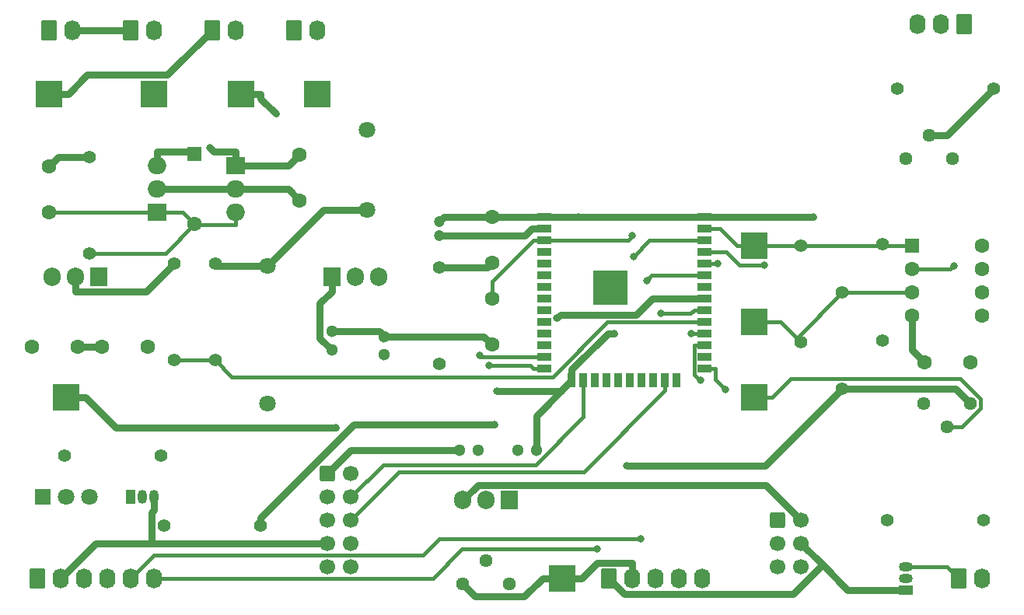
<source format=gbr>
%TF.GenerationSoftware,KiCad,Pcbnew,9.0.3*%
%TF.CreationDate,2025-08-13T19:57:12+00:00*%
%TF.ProjectId,type(one),74797065-286f-46e6-9529-2e6b69636164,1.0*%
%TF.SameCoordinates,Original*%
%TF.FileFunction,Copper,L1,Top*%
%TF.FilePolarity,Positive*%
%FSLAX46Y46*%
G04 Gerber Fmt 4.6, Leading zero omitted, Abs format (unit mm)*
G04 Created by KiCad (PCBNEW 9.0.3) date 2025-08-13 19:57:12*
%MOMM*%
%LPD*%
G01*
G04 APERTURE LIST*
G04 Aperture macros list*
%AMRoundRect*
0 Rectangle with rounded corners*
0 $1 Rounding radius*
0 $2 $3 $4 $5 $6 $7 $8 $9 X,Y pos of 4 corners*
0 Add a 4 corners polygon primitive as box body*
4,1,4,$2,$3,$4,$5,$6,$7,$8,$9,$2,$3,0*
0 Add four circle primitives for the rounded corners*
1,1,$1+$1,$2,$3*
1,1,$1+$1,$4,$5*
1,1,$1+$1,$6,$7*
1,1,$1+$1,$8,$9*
0 Add four rect primitives between the rounded corners*
20,1,$1+$1,$2,$3,$4,$5,0*
20,1,$1+$1,$4,$5,$6,$7,0*
20,1,$1+$1,$6,$7,$8,$9,0*
20,1,$1+$1,$8,$9,$2,$3,0*%
G04 Aperture macros list end*
%TA.AperFunction,ComponentPad*%
%ADD10R,1.800000X1.800000*%
%TD*%
%TA.AperFunction,ComponentPad*%
%ADD11C,1.800000*%
%TD*%
%TA.AperFunction,SMDPad,CuDef*%
%ADD12R,0.900000X0.900000*%
%TD*%
%TA.AperFunction,HeatsinkPad*%
%ADD13C,0.600000*%
%TD*%
%TA.AperFunction,HeatsinkPad*%
%ADD14R,3.800000X3.800000*%
%TD*%
%TA.AperFunction,SMDPad,CuDef*%
%ADD15R,1.500000X0.900000*%
%TD*%
%TA.AperFunction,SMDPad,CuDef*%
%ADD16R,0.900000X1.500000*%
%TD*%
%TA.AperFunction,ComponentPad*%
%ADD17R,3.000000X3.000000*%
%TD*%
%TA.AperFunction,ComponentPad*%
%ADD18C,1.600000*%
%TD*%
%TA.AperFunction,ComponentPad*%
%ADD19C,1.440000*%
%TD*%
%TA.AperFunction,ComponentPad*%
%ADD20RoundRect,0.250000X-0.550000X-0.550000X0.550000X-0.550000X0.550000X0.550000X-0.550000X0.550000X0*%
%TD*%
%TA.AperFunction,ComponentPad*%
%ADD21C,1.400000*%
%TD*%
%TA.AperFunction,ComponentPad*%
%ADD22O,1.740000X2.190000*%
%TD*%
%TA.AperFunction,ComponentPad*%
%ADD23RoundRect,0.250000X-0.620000X-0.845000X0.620000X-0.845000X0.620000X0.845000X-0.620000X0.845000X0*%
%TD*%
%TA.AperFunction,ComponentPad*%
%ADD24O,1.500000X1.050000*%
%TD*%
%TA.AperFunction,ComponentPad*%
%ADD25R,1.500000X1.050000*%
%TD*%
%TA.AperFunction,ComponentPad*%
%ADD26RoundRect,0.250000X-0.600000X-0.600000X0.600000X-0.600000X0.600000X0.600000X-0.600000X0.600000X0*%
%TD*%
%TA.AperFunction,ComponentPad*%
%ADD27C,1.700000*%
%TD*%
%TA.AperFunction,ComponentPad*%
%ADD28O,1.905000X2.000000*%
%TD*%
%TA.AperFunction,ComponentPad*%
%ADD29R,1.905000X2.000000*%
%TD*%
%TA.AperFunction,ComponentPad*%
%ADD30C,1.300000*%
%TD*%
%TA.AperFunction,ComponentPad*%
%ADD31R,1.050000X1.500000*%
%TD*%
%TA.AperFunction,ComponentPad*%
%ADD32O,1.050000X1.500000*%
%TD*%
%TA.AperFunction,ComponentPad*%
%ADD33O,2.000000X1.905000*%
%TD*%
%TA.AperFunction,ComponentPad*%
%ADD34R,2.000000X1.905000*%
%TD*%
%TA.AperFunction,ComponentPad*%
%ADD35RoundRect,0.250000X-0.550000X0.550000X-0.550000X-0.550000X0.550000X-0.550000X0.550000X0.550000X0*%
%TD*%
%TA.AperFunction,ComponentPad*%
%ADD36C,1.200000*%
%TD*%
%TA.AperFunction,ComponentPad*%
%ADD37RoundRect,0.250000X0.620000X0.845000X-0.620000X0.845000X-0.620000X-0.845000X0.620000X-0.845000X0*%
%TD*%
%TA.AperFunction,ViaPad*%
%ADD38C,0.800000*%
%TD*%
%TA.AperFunction,Conductor*%
%ADD39C,0.800000*%
%TD*%
%TA.AperFunction,Conductor*%
%ADD40C,0.400000*%
%TD*%
G04 APERTURE END LIST*
D10*
%TO.P,Q1,1,E*%
%TO.N,+5V*%
X103505000Y-120650000D03*
D11*
%TO.P,Q1,2,B*%
%TO.N,Net-(Q1-B)*%
X106045000Y-120650000D03*
%TO.P,Q1,3,C*%
%TO.N,/PWM_5V*%
X108585000Y-120650000D03*
%TD*%
D12*
%TO.P,U1,39,GND*%
%TO.N,GND*%
X166695000Y-99315000D03*
D13*
X166695000Y-98615000D03*
D12*
X166695000Y-97915000D03*
D13*
X166695000Y-97215000D03*
D12*
X166695000Y-96515000D03*
D13*
X165995000Y-99315000D03*
X165995000Y-97915000D03*
X165995000Y-96515000D03*
D12*
X165295000Y-99315000D03*
D14*
X165295000Y-97915000D03*
D12*
X165295000Y-97915000D03*
X165295000Y-96515000D03*
D13*
X165270000Y-98615000D03*
X165270000Y-97215000D03*
X164595000Y-99315000D03*
X164595000Y-97915000D03*
X164595000Y-96515000D03*
D12*
X163895000Y-99315000D03*
D13*
X163895000Y-98615000D03*
D12*
X163895000Y-97915000D03*
D13*
X163895000Y-97215000D03*
D12*
X163895000Y-96515000D03*
D15*
%TO.P,U1,38,GND*%
X175545000Y-90195000D03*
%TO.P,U1,37,IO23*%
%TO.N,/SENSOR*%
X175545000Y-91465000D03*
%TO.P,U1,36,IO22*%
%TO.N,/SCL*%
X175545000Y-92735000D03*
%TO.P,U1,35,TXD0/IO1*%
%TO.N,/TX*%
X175545000Y-94005000D03*
%TO.P,U1,34,RXD0/IO3*%
%TO.N,/RX*%
X175545000Y-95275000D03*
%TO.P,U1,33,IO21*%
%TO.N,/SDA*%
X175545000Y-96545000D03*
%TO.P,U1,32,NC*%
%TO.N,unconnected-(U1-NC-Pad32)*%
X175545000Y-97815000D03*
%TO.P,U1,31,IO19*%
%TO.N,/PWM_3V3*%
X175545000Y-99085000D03*
%TO.P,U1,30,IO18*%
%TO.N,/SW*%
X175545000Y-100355000D03*
%TO.P,U1,29,IO5*%
%TO.N,/V_bat*%
X175545000Y-101625000D03*
%TO.P,U1,28,IO17*%
%TO.N,/DT*%
X175545000Y-102895000D03*
%TO.P,U1,27,IO16*%
%TO.N,/CLK*%
X175545000Y-104165000D03*
%TO.P,U1,26,IO4*%
%TO.N,unconnected-(U1-IO4-Pad26)*%
X175545000Y-105435000D03*
%TO.P,U1,25,IO0*%
%TO.N,/IO0*%
X175545000Y-106705000D03*
D16*
%TO.P,U1,24,IO2*%
%TO.N,unconnected-(U1-IO2-Pad24)*%
X172515000Y-107955000D03*
%TO.P,U1,23,IO15*%
%TO.N,/TDO*%
X171245000Y-107955000D03*
%TO.P,U1,22,SDI/SD1*%
%TO.N,unconnected-(U1-SDI{slash}SD1-Pad22)*%
X169975000Y-107955000D03*
%TO.P,U1,21,SDO/SD0*%
%TO.N,unconnected-(U1-SDO{slash}SD0-Pad21)*%
X168705000Y-107955000D03*
%TO.P,U1,20,SCK/CLK*%
%TO.N,unconnected-(U1-SCK{slash}CLK-Pad20)*%
X167435000Y-107955000D03*
%TO.P,U1,19,SCS/CMD*%
%TO.N,unconnected-(U1-SCS{slash}CMD-Pad19)*%
X166165000Y-107955000D03*
%TO.P,U1,18,SWP/SD3*%
%TO.N,unconnected-(U1-SWP{slash}SD3-Pad18)*%
X164895000Y-107955000D03*
%TO.P,U1,17,SHD/SD2*%
%TO.N,unconnected-(U1-SHD{slash}SD2-Pad17)*%
X163625000Y-107955000D03*
%TO.P,U1,16,IO13*%
%TO.N,/TCK*%
X162355000Y-107955000D03*
%TO.P,U1,15,GND*%
%TO.N,GND*%
X161085000Y-107955000D03*
D15*
%TO.P,U1,14,IO12*%
%TO.N,/TDI*%
X158045000Y-106705000D03*
%TO.P,U1,13,IO14*%
%TO.N,/TMS*%
X158045000Y-105435000D03*
%TO.P,U1,12,IO27*%
%TO.N,unconnected-(U1-IO27-Pad12)*%
X158045000Y-104165000D03*
%TO.P,U1,11,IO26*%
%TO.N,unconnected-(U1-IO26-Pad11)*%
X158045000Y-102895000D03*
%TO.P,U1,10,IO25*%
%TO.N,unconnected-(U1-IO25-Pad10)*%
X158045000Y-101625000D03*
%TO.P,U1,9,IO33*%
%TO.N,unconnected-(U1-IO33-Pad9)*%
X158045000Y-100355000D03*
%TO.P,U1,8,IO32*%
%TO.N,unconnected-(U1-IO32-Pad8)*%
X158045000Y-99085000D03*
%TO.P,U1,7,IO35*%
%TO.N,unconnected-(U1-IO35-Pad7)*%
X158045000Y-97815000D03*
%TO.P,U1,6,IO34*%
%TO.N,unconnected-(U1-IO34-Pad6)*%
X158045000Y-96545000D03*
%TO.P,U1,5,SENSOR_VN*%
%TO.N,unconnected-(U1-SENSOR_VN-Pad5)*%
X158045000Y-95275000D03*
%TO.P,U1,4,SENSOR_VP*%
%TO.N,unconnected-(U1-SENSOR_VP-Pad4)*%
X158045000Y-94005000D03*
%TO.P,U1,3,EN*%
%TO.N,/EN*%
X158045000Y-92735000D03*
%TO.P,U1,2,VDD*%
%TO.N,+3V3*%
X158045000Y-91465000D03*
%TO.P,U1,1,GND*%
%TO.N,GND*%
X158045000Y-90195000D03*
%TD*%
D17*
%TO.P,TP7,1,1*%
%TO.N,/PH_K*%
X180975000Y-101600000D03*
%TD*%
%TO.P,TP6,1,1*%
%TO.N,Net-(U2A--)*%
X180975000Y-109835000D03*
%TD*%
%TO.P,TP8,1,1*%
%TO.N,/SENSOR*%
X180975000Y-93325000D03*
%TD*%
D18*
%TO.P,C1,2*%
%TO.N,GND*%
X199475000Y-106045000D03*
%TO.P,C1,1*%
%TO.N,+3V3*%
X204475000Y-106045000D03*
%TD*%
D19*
%TO.P,RV1,3,3*%
%TO.N,GND*%
X199395000Y-110490000D03*
%TO.P,RV1,2,2*%
%TO.N,Net-(U2A--)*%
X201935000Y-113030000D03*
%TO.P,RV1,1,1*%
%TO.N,+3V3*%
X204475000Y-110490000D03*
%TD*%
D18*
%TO.P,U2,8,V+*%
%TO.N,+3V3*%
X205745000Y-93345000D03*
%TO.P,U2,7*%
%TO.N,unconnected-(U2-Pad7)*%
X205745000Y-95885000D03*
%TO.P,U2,6,-*%
%TO.N,unconnected-(U2B---Pad6)*%
X205745000Y-98425000D03*
%TO.P,U2,5,+*%
%TO.N,unconnected-(U2B-+-Pad5)*%
X205745000Y-100965000D03*
%TO.P,U2,4,V-*%
%TO.N,GND*%
X198125000Y-100965000D03*
%TO.P,U2,3,+*%
%TO.N,/PH_K*%
X198125000Y-98425000D03*
%TO.P,U2,2,-*%
%TO.N,Net-(U2A--)*%
X198125000Y-95885000D03*
D20*
%TO.P,U2,1*%
%TO.N,/SENSOR*%
X198125000Y-93345000D03*
%TD*%
D21*
%TO.P,R7,2*%
%TO.N,Net-(J6-Pin_2)*%
X205910000Y-123190000D03*
%TO.P,R7,1*%
%TO.N,+3V3*%
X195410000Y-123190000D03*
%TD*%
D22*
%TO.P,J6,2,Pin_2*%
%TO.N,Net-(J6-Pin_2)*%
X205740000Y-129540000D03*
D23*
%TO.P,J6,1,Pin_1*%
%TO.N,Net-(J6-Pin_1)*%
X203200000Y-129540000D03*
%TD*%
D24*
%TO.P,Q4,3,D*%
%TO.N,Net-(J6-Pin_1)*%
X197485000Y-128270000D03*
%TO.P,Q4,2,G*%
%TO.N,/SENSOR*%
X197485000Y-129540000D03*
D25*
%TO.P,Q4,1,S*%
%TO.N,GND*%
X197485000Y-130810000D03*
%TD*%
D26*
%TO.P,J8,1,Pin_1*%
%TO.N,+5V*%
X134502500Y-118110000D03*
D27*
%TO.P,J8,2,Pin_2*%
%TO.N,/TMS*%
X137042500Y-118110000D03*
%TO.P,J8,3,Pin_3*%
%TO.N,GND*%
X134502500Y-120650000D03*
%TO.P,J8,4,Pin_4*%
%TO.N,/TCK*%
X137042500Y-120650000D03*
%TO.P,J8,5,Pin_5*%
%TO.N,GND*%
X134502500Y-123190000D03*
%TO.P,J8,6,Pin_6*%
%TO.N,/TDO*%
X137042500Y-123190000D03*
%TO.P,J8,7,Pin_7*%
%TO.N,GND*%
X134502500Y-125730000D03*
%TO.P,J8,8,Pin_8*%
%TO.N,/TDI*%
X137042500Y-125730000D03*
%TO.P,J8,9,Pin_9*%
%TO.N,GND*%
X134502500Y-128270000D03*
%TO.P,J8,10,Pin_10*%
%TO.N,unconnected-(J8-Pin_10-Pad10)*%
X137042500Y-128270000D03*
%TD*%
D17*
%TO.P,TP4,1,1*%
%TO.N,+3V3*%
X160020000Y-129540000D03*
%TD*%
D28*
%TO.P,U5,3,VI*%
%TO.N,+5V*%
X149225000Y-121015000D03*
%TO.P,U5,2,VO*%
%TO.N,+3V3*%
X151765000Y-121015000D03*
D29*
%TO.P,U5,1,ADJ*%
%TO.N,Net-(U5-ADJ)*%
X154305000Y-121015000D03*
%TD*%
D30*
%TO.P,C8,2*%
%TO.N,GND*%
X150860000Y-115570000D03*
%TO.P,C8,1*%
%TO.N,+5V*%
X148860000Y-115570000D03*
%TD*%
%TO.P,C7,2*%
%TO.N,GND*%
X157210000Y-115570000D03*
%TO.P,C7,1*%
%TO.N,+3V3*%
X155210000Y-115570000D03*
%TD*%
D19*
%TO.P,RV3,3,3*%
%TO.N,GND*%
X154305000Y-130175000D03*
%TO.P,RV3,2,2*%
%TO.N,Net-(U5-ADJ)*%
X151765000Y-127635000D03*
%TO.P,RV3,1,1*%
%TO.N,+3V3*%
X149225000Y-130175000D03*
%TD*%
D22*
%TO.P,J5,5,Pin_5*%
%TO.N,/CLK*%
X175260000Y-129540000D03*
%TO.P,J5,4,Pin_4*%
%TO.N,/DT*%
X172720000Y-129540000D03*
%TO.P,J5,3,Pin_3*%
%TO.N,/SW*%
X170180000Y-129540000D03*
%TO.P,J5,2,Pin_2*%
%TO.N,+3V3*%
X167640000Y-129540000D03*
D23*
%TO.P,J5,1,Pin_1*%
%TO.N,GND*%
X165100000Y-129540000D03*
%TD*%
D27*
%TO.P,J7,6,Pin_6*%
%TO.N,/IO0*%
X186055000Y-128270000D03*
%TO.P,J7,5,Pin_5*%
%TO.N,/RX*%
X183515000Y-128270000D03*
%TO.P,J7,4,Pin_4*%
%TO.N,GND*%
X186055000Y-125730000D03*
%TO.P,J7,3,Pin_3*%
%TO.N,/TX*%
X183515000Y-125730000D03*
%TO.P,J7,2,Pin_2*%
%TO.N,+5V*%
X186055000Y-123190000D03*
D26*
%TO.P,J7,1,Pin_1*%
%TO.N,/EN*%
X183515000Y-123190000D03*
%TD*%
D21*
%TO.P,R4,1*%
%TO.N,/PWM_3V3*%
X127170000Y-123825000D03*
%TO.P,R4,2*%
%TO.N,Net-(Q2-B)*%
X116670000Y-123825000D03*
%TD*%
D31*
%TO.P,Q2,1,C*%
%TO.N,Net-(Q2-C)*%
X113030000Y-120650000D03*
D32*
%TO.P,Q2,2,B*%
%TO.N,Net-(Q2-B)*%
X114300000Y-120650000D03*
%TO.P,Q2,3,E*%
%TO.N,GND*%
X115570000Y-120650000D03*
%TD*%
D21*
%TO.P,R3,1*%
%TO.N,Net-(Q2-C)*%
X116375000Y-116205000D03*
%TO.P,R3,2*%
%TO.N,Net-(Q1-B)*%
X105875000Y-116205000D03*
%TD*%
D11*
%TO.P,R10,2*%
%TO.N,+8V4*%
X127950000Y-110540000D03*
%TO.P,R10,1*%
%TO.N,Net-(D3-A)*%
X127950000Y-95540000D03*
%TD*%
D33*
%TO.P,Q3,3,S*%
%TO.N,VSS*%
X115885000Y-84625000D03*
%TO.P,Q3,2,D*%
%TO.N,Net-(D2-A)*%
X115885000Y-87165000D03*
D34*
%TO.P,Q3,1,G*%
%TO.N,Net-(D1-A)*%
X115885000Y-89705000D03*
%TD*%
D33*
%TO.P,D2,3,G*%
%TO.N,Net-(D1-A)*%
X124460000Y-89705000D03*
%TO.P,D2,2,A*%
%TO.N,Net-(D2-A)*%
X124460000Y-87165000D03*
D34*
%TO.P,D2,1,K*%
%TO.N,GND*%
X124460000Y-84625000D03*
%TD*%
D18*
%TO.P,C10,1*%
%TO.N,Net-(D2-A)*%
X131445000Y-88395000D03*
%TO.P,C10,2*%
%TO.N,GND*%
X131445000Y-83395000D03*
%TD*%
%TO.P,D1,2,A*%
%TO.N,Net-(D1-A)*%
X120015000Y-90975000D03*
D35*
%TO.P,D1,1,K*%
%TO.N,VSS*%
X120015000Y-83355000D03*
%TD*%
D17*
%TO.P,TP9,1,1*%
%TO.N,GND*%
X104140000Y-76835000D03*
%TD*%
%TO.P,TP1,1,1*%
%TO.N,Net-(D2-A)*%
X115570000Y-76835000D03*
%TD*%
D22*
%TO.P,SW1,2*%
%TO.N,VSS*%
X133350000Y-69850000D03*
D23*
%TO.P,SW1,1*%
%TO.N,VDC*%
X130810000Y-69850000D03*
%TD*%
%TO.P,J1,1,Pin_1*%
%TO.N,GND*%
X104140000Y-69850000D03*
D22*
%TO.P,J1,2,Pin_2*%
%TO.N,VDD*%
X106680000Y-69850000D03*
%TD*%
D19*
%TO.P,RV2,1,1*%
%TO.N,+5V*%
X197485000Y-83820000D03*
%TO.P,RV2,2,2*%
%TO.N,Net-(R8-Pad2)*%
X200025000Y-81280000D03*
%TO.P,RV2,3,3*%
%TO.N,unconnected-(RV2-Pad3)*%
X202565000Y-83820000D03*
%TD*%
D30*
%TO.P,C11,1*%
%TO.N,VSS*%
X140650000Y-105215000D03*
%TO.P,C11,2*%
%TO.N,GND*%
X140650000Y-103215000D03*
%TD*%
D11*
%TO.P,D3,1,K*%
%TO.N,VSS*%
X138745000Y-80740000D03*
%TO.P,D3,2,A*%
%TO.N,Net-(D3-A)*%
X138745000Y-89440000D03*
%TD*%
D17*
%TO.P,TP2,1,1*%
%TO.N,VSS*%
X133350000Y-76835000D03*
%TD*%
D18*
%TO.P,C9,1*%
%TO.N,Net-(D1-A)*%
X104140000Y-89665000D03*
%TO.P,C9,2*%
%TO.N,GND*%
X104140000Y-84665000D03*
%TD*%
D23*
%TO.P,F1,1*%
%TO.N,VDD*%
X113030000Y-69850000D03*
D22*
%TO.P,F1,2*%
%TO.N,Net-(D2-A)*%
X115570000Y-69850000D03*
%TD*%
D18*
%TO.P,C5,1*%
%TO.N,VDC*%
X114935000Y-104310000D03*
%TO.P,C5,2*%
%TO.N,GND*%
X109935000Y-104310000D03*
%TD*%
D21*
%TO.P,R1,1*%
%TO.N,+3V3*%
X194950000Y-103675000D03*
%TO.P,R1,2*%
%TO.N,/SENSOR*%
X194950000Y-93175000D03*
%TD*%
D17*
%TO.P,TP3,1,1*%
%TO.N,+5V*%
X106045000Y-109855000D03*
%TD*%
D23*
%TO.P,J4,1,Pin_1*%
%TO.N,+5V*%
X102870000Y-129540000D03*
D22*
%TO.P,J4,2,Pin_2*%
%TO.N,GND*%
X105410000Y-129540000D03*
%TO.P,J4,3,Pin_3*%
%TO.N,/PWM_5V*%
X107950000Y-129540000D03*
%TO.P,J4,4,Pin_4*%
%TO.N,unconnected-(J4-Pin_4-Pad4)*%
X110490000Y-129540000D03*
%TO.P,J4,5,Pin_5*%
%TO.N,/SDA*%
X113030000Y-129540000D03*
%TO.P,J4,6,Pin_6*%
%TO.N,/SCL*%
X115570000Y-129540000D03*
%TD*%
D23*
%TO.P,J2,1,Pin_1*%
%TO.N,GND*%
X121920000Y-69850000D03*
D22*
%TO.P,J2,2,Pin_2*%
%TO.N,Net-(D3-A)*%
X124460000Y-69850000D03*
%TD*%
D30*
%TO.P,C12,1*%
%TO.N,Net-(D3-A)*%
X134935000Y-104675000D03*
%TO.P,C12,2*%
%TO.N,GND*%
X134935000Y-102675000D03*
%TD*%
D21*
%TO.P,R9,1*%
%TO.N,/PH_K*%
X186060000Y-103845000D03*
%TO.P,R9,2*%
%TO.N,/SENSOR*%
X186060000Y-93345000D03*
%TD*%
D29*
%TO.P,U4,1,ADJ*%
%TO.N,Net-(D3-A)*%
X134935000Y-96690000D03*
D28*
%TO.P,U4,2,VO*%
%TO.N,+8V4*%
X137475000Y-96690000D03*
%TO.P,U4,3,VI*%
%TO.N,VSS*%
X140015000Y-96690000D03*
%TD*%
D18*
%TO.P,C4,1*%
%TO.N,+3V3*%
X152400000Y-95210000D03*
%TO.P,C4,2*%
%TO.N,GND*%
X152400000Y-90210000D03*
%TD*%
D21*
%TO.P,R12,1*%
%TO.N,/V_bat*%
X117790000Y-105750000D03*
%TO.P,R12,2*%
%TO.N,GND*%
X117790000Y-95250000D03*
%TD*%
D17*
%TO.P,TP5,1,1*%
%TO.N,Net-(D3-A)*%
X125095000Y-76835000D03*
%TD*%
D21*
%TO.P,R11,1*%
%TO.N,Net-(D3-A)*%
X122235000Y-95250000D03*
%TO.P,R11,2*%
%TO.N,/V_bat*%
X122235000Y-105750000D03*
%TD*%
%TO.P,R8,1*%
%TO.N,Net-(J3-Pin_2)*%
X196510000Y-76200000D03*
%TO.P,R8,2*%
%TO.N,Net-(R8-Pad2)*%
X207010000Y-76200000D03*
%TD*%
%TO.P,R5,1*%
%TO.N,+3V3*%
X146685000Y-95715000D03*
%TO.P,R5,2*%
%TO.N,/EN*%
X146685000Y-106215000D03*
%TD*%
D36*
%TO.P,C3,1*%
%TO.N,+3V3*%
X146685000Y-92190000D03*
%TO.P,C3,2*%
%TO.N,GND*%
X146685000Y-90690000D03*
%TD*%
D18*
%TO.P,C2,1*%
%TO.N,/EN*%
X152400000Y-99100000D03*
%TO.P,C2,2*%
%TO.N,GND*%
X152400000Y-104100000D03*
%TD*%
%TO.P,C6,1*%
%TO.N,+5V*%
X102275000Y-104310000D03*
%TO.P,C6,2*%
%TO.N,GND*%
X107275000Y-104310000D03*
%TD*%
D29*
%TO.P,U3,1,VI*%
%TO.N,VDC*%
X109535000Y-96690000D03*
D28*
%TO.P,U3,2,GND*%
%TO.N,GND*%
X106995000Y-96690000D03*
%TO.P,U3,3,VO*%
%TO.N,+5V*%
X104455000Y-96690000D03*
%TD*%
D21*
%TO.P,R6,1*%
%TO.N,Net-(D1-A)*%
X108585000Y-94150000D03*
%TO.P,R6,2*%
%TO.N,GND*%
X108585000Y-83650000D03*
%TD*%
%TO.P,R2,1*%
%TO.N,+3V3*%
X190505000Y-108925000D03*
%TO.P,R2,2*%
%TO.N,/PH_K*%
X190505000Y-98425000D03*
%TD*%
D37*
%TO.P,J3,1,Pin_1*%
%TO.N,/PH_K*%
X203835000Y-69215000D03*
D22*
%TO.P,J3,2,Pin_2*%
%TO.N,Net-(J3-Pin_2)*%
X201295000Y-69215000D03*
%TO.P,J3,3,Pin_3*%
%TO.N,GND*%
X198755000Y-69215000D03*
%TD*%
D38*
%TO.N,GND*%
X161772600Y-90195000D03*
X165735000Y-102870000D03*
%TO.N,Net-(D3-A)*%
X128834000Y-78965000D03*
%TO.N,Net-(U2A--)*%
X202704200Y-95479800D03*
%TO.N,/PWM_3V3*%
X152687900Y-112800700D03*
X159470800Y-101222500D03*
%TO.N,/CLK*%
X175105400Y-107928300D03*
%TO.N,/DT*%
X174095100Y-102863200D03*
%TO.N,/SW*%
X170775900Y-100713200D03*
%TO.N,/SCL*%
X163867300Y-126364600D03*
X167806000Y-94475000D03*
%TO.N,/SDA*%
X169230300Y-97089900D03*
X168598200Y-125229300D03*
%TO.N,/TDI*%
X152051200Y-106350000D03*
%TO.N,/TMS*%
X151016700Y-105249200D03*
%TO.N,/IO0*%
X177793300Y-108953300D03*
%TO.N,/RX*%
X176973900Y-95277500D03*
%TO.N,/TX*%
X182033200Y-95462500D03*
%TO.N,+5V*%
X135394200Y-113117600D03*
%TO.N,+3V3*%
X167021000Y-117287400D03*
%TO.N,/EN*%
X167682300Y-92243700D03*
%TO.N,GND*%
X121717100Y-82670500D03*
X152960700Y-109127700D03*
X187379400Y-90195000D03*
%TD*%
D39*
%TO.N,GND*%
X175545000Y-90195000D02*
X158045000Y-90195000D01*
X165038000Y-102870000D02*
X165735000Y-102870000D01*
X161085000Y-106823000D02*
X165038000Y-102870000D01*
X161085000Y-107955000D02*
X161085000Y-106823000D01*
X157210000Y-115570000D02*
X157210000Y-111830000D01*
X157210000Y-111830000D02*
X161085000Y-107955000D01*
X152960700Y-109127700D02*
X159912300Y-109127700D01*
D40*
%TO.N,/V_bat*%
X174391800Y-101626500D02*
X174393300Y-101625000D01*
X164958500Y-101626500D02*
X174391800Y-101626500D01*
X158983200Y-107601800D02*
X164958500Y-101626500D01*
X124086800Y-107601800D02*
X158983200Y-107601800D01*
X122235000Y-105750000D02*
X124086800Y-107601800D01*
X175545000Y-101625000D02*
X174393300Y-101625000D01*
X117790000Y-105750000D02*
X122235000Y-105750000D01*
D39*
%TO.N,Net-(D3-A)*%
X122525000Y-95540000D02*
X127950000Y-95540000D01*
X122235000Y-95250000D02*
X122525000Y-95540000D01*
X134050000Y-89440000D02*
X127950000Y-95540000D01*
X138745000Y-89440000D02*
X134050000Y-89440000D01*
X133639300Y-103379300D02*
X134935000Y-104675000D01*
X133639300Y-99587400D02*
X133639300Y-103379300D01*
X134935000Y-98291700D02*
X133639300Y-99587400D01*
X134935000Y-96690000D02*
X134935000Y-98291700D01*
X127196700Y-77327700D02*
X128834000Y-78965000D01*
X127196700Y-76835000D02*
X127196700Y-77327700D01*
X125095000Y-76835000D02*
X127196700Y-76835000D01*
D40*
%TO.N,Net-(U2A--)*%
X202299000Y-95885000D02*
X202704200Y-95479800D01*
X198125000Y-95885000D02*
X202299000Y-95885000D01*
X203591600Y-113030000D02*
X201935000Y-113030000D01*
X205602300Y-111019300D02*
X203591600Y-113030000D01*
X205602300Y-109967200D02*
X205602300Y-111019300D01*
X203394400Y-107759300D02*
X205602300Y-109967200D01*
X184952400Y-107759300D02*
X203394400Y-107759300D01*
X182876700Y-109835000D02*
X184952400Y-107759300D01*
X180975000Y-109835000D02*
X182876700Y-109835000D01*
D39*
%TO.N,Net-(R8-Pad2)*%
X201930000Y-81280000D02*
X207010000Y-76200000D01*
X200025000Y-81280000D02*
X201930000Y-81280000D01*
%TO.N,VDD*%
X113030000Y-69850000D02*
X106680000Y-69850000D01*
%TO.N,/PWM_3V3*%
X169838700Y-99085000D02*
X175545000Y-99085000D01*
X168098900Y-100824800D02*
X169838700Y-99085000D01*
X159868500Y-100824800D02*
X168098900Y-100824800D01*
X159470800Y-101222500D02*
X159868500Y-100824800D01*
X137338600Y-112800700D02*
X152687900Y-112800700D01*
X127170000Y-122969300D02*
X137338600Y-112800700D01*
X127170000Y-123825000D02*
X127170000Y-122969300D01*
D40*
%TO.N,/PH_K*%
X198125000Y-98425000D02*
X190505000Y-98425000D01*
X185572500Y-103357500D02*
X190505000Y-98425000D01*
X183815000Y-101600000D02*
X185572500Y-103357500D01*
X180975000Y-101600000D02*
X183815000Y-101600000D01*
X185572500Y-103357500D02*
X186060000Y-103845000D01*
%TO.N,/CLK*%
X175545000Y-104165000D02*
X174393300Y-104165000D01*
X174393300Y-107332400D02*
X174393300Y-104165000D01*
X174989200Y-107928300D02*
X174393300Y-107332400D01*
X175105400Y-107928300D02*
X174989200Y-107928300D01*
%TO.N,/DT*%
X174361500Y-102863200D02*
X174393300Y-102895000D01*
X174095100Y-102863200D02*
X174361500Y-102863200D01*
X175545000Y-102895000D02*
X174393300Y-102895000D01*
%TO.N,/SW*%
X174035100Y-100713200D02*
X174393300Y-100355000D01*
X170775900Y-100713200D02*
X174035100Y-100713200D01*
X175545000Y-100355000D02*
X174393300Y-100355000D01*
%TO.N,/SCL*%
X169546000Y-92735000D02*
X167806000Y-94475000D01*
X175545000Y-92735000D02*
X169546000Y-92735000D01*
X149151200Y-126364600D02*
X163867300Y-126364600D01*
X145975800Y-129540000D02*
X149151200Y-126364600D01*
X115570000Y-129540000D02*
X145975800Y-129540000D01*
%TO.N,/SDA*%
X169775200Y-96545000D02*
X169230300Y-97089900D01*
X175545000Y-96545000D02*
X169775200Y-96545000D01*
X146653300Y-125229300D02*
X168598200Y-125229300D01*
X144882600Y-127000000D02*
X146653300Y-125229300D01*
X115570000Y-127000000D02*
X144882600Y-127000000D01*
X113030000Y-129540000D02*
X115570000Y-127000000D01*
%TO.N,Net-(J6-Pin_1)*%
X201930000Y-128270000D02*
X197485000Y-128270000D01*
X203200000Y-129540000D02*
X201930000Y-128270000D01*
%TO.N,/TDI*%
X156538300Y-106350000D02*
X156893300Y-106705000D01*
X152051200Y-106350000D02*
X156538300Y-106350000D01*
X158045000Y-106705000D02*
X156893300Y-106705000D01*
%TO.N,/TDO*%
X142274400Y-117958100D02*
X137042500Y-123190000D01*
X162393600Y-117958100D02*
X142274400Y-117958100D01*
X171245000Y-109106700D02*
X162393600Y-117958100D01*
X171245000Y-107955000D02*
X171245000Y-109106700D01*
%TO.N,/TCK*%
X162355000Y-111953800D02*
X162355000Y-107955000D01*
X157144200Y-117164600D02*
X162355000Y-111953800D01*
X140527900Y-117164600D02*
X157144200Y-117164600D01*
X137042500Y-120650000D02*
X140527900Y-117164600D01*
%TO.N,/TMS*%
X151202500Y-105435000D02*
X158045000Y-105435000D01*
X151016700Y-105249200D02*
X151202500Y-105435000D01*
%TO.N,/IO0*%
X175545000Y-106705000D02*
X176696700Y-106705000D01*
X176696700Y-107856700D02*
X177793300Y-108953300D01*
X176696700Y-106705000D02*
X176696700Y-107856700D01*
%TO.N,/RX*%
X176699200Y-95277500D02*
X176696700Y-95275000D01*
X176973900Y-95277500D02*
X176699200Y-95277500D01*
X175545000Y-95275000D02*
X176696700Y-95275000D01*
%TO.N,/TX*%
X177858200Y-94005000D02*
X175545000Y-94005000D01*
X179315700Y-95462500D02*
X177858200Y-94005000D01*
X182033200Y-95462500D02*
X179315700Y-95462500D01*
D39*
%TO.N,Net-(D2-A)*%
X130215000Y-87165000D02*
X124460000Y-87165000D01*
X131445000Y-88395000D02*
X130215000Y-87165000D01*
X115885000Y-87165000D02*
X124460000Y-87165000D01*
D40*
%TO.N,Net-(D1-A)*%
X120099200Y-91059200D02*
X124460000Y-91059200D01*
X120015000Y-90975000D02*
X120099200Y-91059200D01*
X124460000Y-89705000D02*
X124460000Y-91059200D01*
X116840000Y-94150000D02*
X120015000Y-90975000D01*
X108585000Y-94150000D02*
X116840000Y-94150000D01*
X118745000Y-89705000D02*
X115885000Y-89705000D01*
X120015000Y-90975000D02*
X118745000Y-89705000D01*
X104180000Y-89705000D02*
X104140000Y-89665000D01*
X115885000Y-89705000D02*
X104180000Y-89705000D01*
D39*
%TO.N,+5V*%
X137042500Y-115570000D02*
X134502500Y-118110000D01*
X148860000Y-115570000D02*
X137042500Y-115570000D01*
X106045000Y-109855000D02*
X108146700Y-109855000D01*
X111409300Y-113117600D02*
X108146700Y-109855000D01*
X135394200Y-113117600D02*
X111409300Y-113117600D01*
X182239800Y-119374800D02*
X186055000Y-123190000D01*
X150865200Y-119374800D02*
X182239800Y-119374800D01*
X149225000Y-121015000D02*
X150865200Y-119374800D01*
%TO.N,+3V3*%
X163821100Y-127840600D02*
X162121700Y-129540000D01*
X167637300Y-127840600D02*
X163821100Y-127840600D01*
X167640000Y-127843300D02*
X167637300Y-127840600D01*
X167640000Y-129540000D02*
X167640000Y-127843300D01*
X151895000Y-95715000D02*
X152400000Y-95210000D01*
X146685000Y-95715000D02*
X151895000Y-95715000D01*
X155968300Y-92190000D02*
X156693300Y-91465000D01*
X146685000Y-92190000D02*
X155968300Y-92190000D01*
X158045000Y-91465000D02*
X156693300Y-91465000D01*
X161070900Y-129540000D02*
X162121700Y-129540000D01*
X161070900Y-129540000D02*
X160020000Y-129540000D01*
X150590500Y-131540500D02*
X149225000Y-130175000D01*
X155917800Y-131540500D02*
X150590500Y-131540500D01*
X157918300Y-129540000D02*
X155917800Y-131540500D01*
X160020000Y-129540000D02*
X157918300Y-129540000D01*
X202910000Y-108925000D02*
X190505000Y-108925000D01*
X204475000Y-110490000D02*
X202910000Y-108925000D01*
X182142600Y-117287400D02*
X167021000Y-117287400D01*
X190505000Y-108925000D02*
X182142600Y-117287400D01*
%TO.N,VSS*%
X119730800Y-83070800D02*
X115885000Y-83070800D01*
X120015000Y-83355000D02*
X119730800Y-83070800D01*
X115885000Y-84625000D02*
X115885000Y-83070800D01*
D40*
%TO.N,/EN*%
X167191000Y-92735000D02*
X167682300Y-92243700D01*
X158045000Y-92735000D02*
X167191000Y-92735000D01*
X152400000Y-97228300D02*
X156893300Y-92735000D01*
X152400000Y-99100000D02*
X152400000Y-97228300D01*
X158045000Y-92735000D02*
X156893300Y-92735000D01*
D39*
%TO.N,GND*%
X107275000Y-104310000D02*
X109935000Y-104310000D01*
X105155000Y-83650000D02*
X104140000Y-84665000D01*
X108585000Y-83650000D02*
X105155000Y-83650000D01*
X140110000Y-102675000D02*
X140650000Y-103215000D01*
X134935000Y-102675000D02*
X140110000Y-102675000D01*
X109220000Y-125730000D02*
X115356100Y-125730000D01*
X105410000Y-129540000D02*
X109220000Y-125730000D01*
X115570000Y-122141300D02*
X115570000Y-120650000D01*
X115356100Y-122355200D02*
X115570000Y-122141300D01*
X115356100Y-125730000D02*
X115356100Y-122355200D01*
X115356100Y-125730000D02*
X134502500Y-125730000D01*
X108343400Y-74733300D02*
X106241700Y-76835000D01*
X117036700Y-74733300D02*
X108343400Y-74733300D01*
X121920000Y-69850000D02*
X117036700Y-74733300D01*
X104140000Y-76835000D02*
X106241700Y-76835000D01*
X151515000Y-103215000D02*
X140650000Y-103215000D01*
X152400000Y-104100000D02*
X151515000Y-103215000D01*
X114748300Y-98291700D02*
X106995000Y-98291700D01*
X117790000Y-95250000D02*
X114748300Y-98291700D01*
X106995000Y-96690000D02*
X106995000Y-98291700D01*
X198125000Y-104695000D02*
X198125000Y-100965000D01*
X199475000Y-106045000D02*
X198125000Y-104695000D01*
X152415000Y-90195000D02*
X152400000Y-90210000D01*
X158045000Y-90195000D02*
X152415000Y-90195000D01*
X147165000Y-90210000D02*
X146685000Y-90690000D01*
X152400000Y-90210000D02*
X147165000Y-90210000D01*
X166797600Y-131237600D02*
X165100000Y-129540000D01*
X185151200Y-131237600D02*
X166797600Y-131237600D01*
X188356900Y-128031900D02*
X185151200Y-131237600D01*
X186055000Y-125730000D02*
X188356900Y-128031900D01*
X191135000Y-130810000D02*
X197485000Y-130810000D01*
X188356900Y-128031900D02*
X191135000Y-130810000D01*
X130215000Y-84625000D02*
X131445000Y-83395000D01*
X124460000Y-84625000D02*
X130215000Y-84625000D01*
X122117400Y-83070800D02*
X121717100Y-82670500D01*
X124460000Y-83070800D02*
X122117400Y-83070800D01*
X124460000Y-84625000D02*
X124460000Y-83070800D01*
X187379400Y-90195000D02*
X175545000Y-90195000D01*
D40*
%TO.N,/SENSOR*%
X177213300Y-91465000D02*
X179073300Y-93325000D01*
X175545000Y-91465000D02*
X177213300Y-91465000D01*
X180975000Y-93325000D02*
X179073300Y-93325000D01*
X180975000Y-93325000D02*
X182876700Y-93325000D01*
X182896700Y-93345000D02*
X186060000Y-93345000D01*
X182876700Y-93325000D02*
X182896700Y-93345000D01*
X194780000Y-93345000D02*
X194950000Y-93175000D01*
X186060000Y-93345000D02*
X194780000Y-93345000D01*
X195120000Y-93345000D02*
X194950000Y-93175000D01*
X198125000Y-93345000D02*
X195120000Y-93345000D01*
%TD*%
%TA.AperFunction,Conductor*%
%TO.N,GND*%
G36*
X166638039Y-96284685D02*
G01*
X166683794Y-96337489D01*
X166695000Y-96389000D01*
X166695000Y-96515000D01*
X166821000Y-96515000D01*
X166888039Y-96534685D01*
X166933794Y-96587489D01*
X166945000Y-96639000D01*
X166945000Y-99191000D01*
X166925315Y-99258039D01*
X166872511Y-99303794D01*
X166821000Y-99315000D01*
X166695000Y-99315000D01*
X166695000Y-99441000D01*
X166675315Y-99508039D01*
X166622511Y-99553794D01*
X166571000Y-99565000D01*
X164019000Y-99565000D01*
X163951961Y-99545315D01*
X163906206Y-99492511D01*
X163895000Y-99441000D01*
X163895000Y-99315000D01*
X163769000Y-99315000D01*
X163701961Y-99295315D01*
X163656206Y-99242511D01*
X163645000Y-99191000D01*
X163645000Y-99065000D01*
X164145000Y-99065000D01*
X165045000Y-99065000D01*
X165545000Y-99065000D01*
X166445000Y-99065000D01*
X166445000Y-98165000D01*
X165545000Y-98165000D01*
X165545000Y-99065000D01*
X165045000Y-99065000D01*
X165045000Y-98165000D01*
X164145000Y-98165000D01*
X164145000Y-99065000D01*
X163645000Y-99065000D01*
X163645000Y-97665000D01*
X164145000Y-97665000D01*
X165045000Y-97665000D01*
X165545000Y-97665000D01*
X166445000Y-97665000D01*
X166445000Y-96765000D01*
X165545000Y-96765000D01*
X165545000Y-97665000D01*
X165045000Y-97665000D01*
X165045000Y-96765000D01*
X164145000Y-96765000D01*
X164145000Y-97665000D01*
X163645000Y-97665000D01*
X163645000Y-96639000D01*
X163664685Y-96571961D01*
X163717489Y-96526206D01*
X163769000Y-96515000D01*
X163895000Y-96515000D01*
X163895000Y-96389000D01*
X163914685Y-96321961D01*
X163967489Y-96276206D01*
X164019000Y-96265000D01*
X166571000Y-96265000D01*
X166638039Y-96284685D01*
G37*
%TD.AperFunction*%
%TD*%
M02*

</source>
